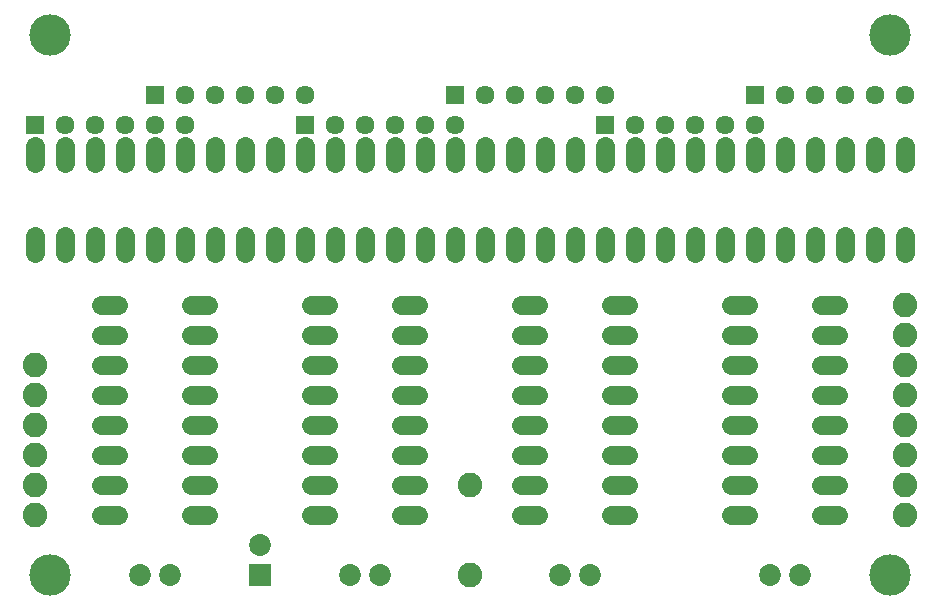
<source format=gbr>
G04 EAGLE Gerber RS-274X export*
G75*
%MOMM*%
%FSLAX34Y34*%
%LPD*%
%INSoldermask Top*%
%IPPOS*%
%AMOC8*
5,1,8,0,0,1.08239X$1,22.5*%
G01*
%ADD10C,1.625600*%
%ADD11C,1.854200*%
%ADD12C,2.082800*%
%ADD13R,1.854200X1.854200*%
%ADD14R,1.612800X1.612800*%
%ADD15C,1.612800*%
%ADD16C,3.505200*%


D10*
X159512Y76200D02*
X145288Y76200D01*
X145288Y101600D02*
X159512Y101600D01*
X159512Y127000D02*
X145288Y127000D01*
X145288Y152400D02*
X159512Y152400D01*
X159512Y177800D02*
X145288Y177800D01*
X145288Y203200D02*
X159512Y203200D01*
X159512Y228600D02*
X145288Y228600D01*
X145288Y254000D02*
X159512Y254000D01*
X83312Y254000D02*
X69088Y254000D01*
X69088Y228600D02*
X83312Y228600D01*
X83312Y203200D02*
X69088Y203200D01*
X69088Y177800D02*
X83312Y177800D01*
X83312Y152400D02*
X69088Y152400D01*
X69088Y127000D02*
X83312Y127000D01*
X83312Y101600D02*
X69088Y101600D01*
X69088Y76200D02*
X83312Y76200D01*
X323088Y76200D02*
X337312Y76200D01*
X337312Y101600D02*
X323088Y101600D01*
X323088Y127000D02*
X337312Y127000D01*
X337312Y152400D02*
X323088Y152400D01*
X323088Y177800D02*
X337312Y177800D01*
X337312Y203200D02*
X323088Y203200D01*
X323088Y228600D02*
X337312Y228600D01*
X337312Y254000D02*
X323088Y254000D01*
X261112Y254000D02*
X246888Y254000D01*
X246888Y228600D02*
X261112Y228600D01*
X261112Y203200D02*
X246888Y203200D01*
X246888Y177800D02*
X261112Y177800D01*
X261112Y152400D02*
X246888Y152400D01*
X246888Y127000D02*
X261112Y127000D01*
X261112Y101600D02*
X246888Y101600D01*
X246888Y76200D02*
X261112Y76200D01*
X500888Y76200D02*
X515112Y76200D01*
X515112Y101600D02*
X500888Y101600D01*
X500888Y127000D02*
X515112Y127000D01*
X515112Y152400D02*
X500888Y152400D01*
X500888Y177800D02*
X515112Y177800D01*
X515112Y203200D02*
X500888Y203200D01*
X500888Y228600D02*
X515112Y228600D01*
X515112Y254000D02*
X500888Y254000D01*
X438912Y254000D02*
X424688Y254000D01*
X424688Y228600D02*
X438912Y228600D01*
X438912Y203200D02*
X424688Y203200D01*
X424688Y177800D02*
X438912Y177800D01*
X438912Y152400D02*
X424688Y152400D01*
X424688Y127000D02*
X438912Y127000D01*
X438912Y101600D02*
X424688Y101600D01*
X424688Y76200D02*
X438912Y76200D01*
X678688Y76200D02*
X692912Y76200D01*
X692912Y101600D02*
X678688Y101600D01*
X678688Y127000D02*
X692912Y127000D01*
X692912Y152400D02*
X678688Y152400D01*
X678688Y177800D02*
X692912Y177800D01*
X692912Y203200D02*
X678688Y203200D01*
X678688Y228600D02*
X692912Y228600D01*
X692912Y254000D02*
X678688Y254000D01*
X616712Y254000D02*
X602488Y254000D01*
X602488Y228600D02*
X616712Y228600D01*
X616712Y203200D02*
X602488Y203200D01*
X602488Y177800D02*
X616712Y177800D01*
X616712Y152400D02*
X602488Y152400D01*
X602488Y127000D02*
X616712Y127000D01*
X616712Y101600D02*
X602488Y101600D01*
X602488Y76200D02*
X616712Y76200D01*
D11*
X101600Y25400D03*
X127000Y25400D03*
X279400Y25400D03*
X304800Y25400D03*
X457200Y25400D03*
X482600Y25400D03*
X635000Y25400D03*
X660400Y25400D03*
D12*
X12700Y76200D03*
X12700Y101600D03*
X12700Y127000D03*
X12700Y152400D03*
X12700Y177800D03*
X12700Y203200D03*
X381000Y25400D03*
X381000Y101600D03*
D13*
X203200Y25400D03*
D11*
X203200Y50800D03*
D14*
X12700Y406400D03*
D15*
X38100Y406400D03*
X63500Y406400D03*
X88900Y406400D03*
X114300Y406400D03*
X139700Y406400D03*
D14*
X114300Y431800D03*
D15*
X139700Y431800D03*
X165100Y431800D03*
X190500Y431800D03*
X215900Y431800D03*
X241300Y431800D03*
D14*
X241300Y406400D03*
D15*
X266700Y406400D03*
X292100Y406400D03*
X317500Y406400D03*
X342900Y406400D03*
X368300Y406400D03*
D14*
X368300Y431800D03*
D15*
X393700Y431800D03*
X419100Y431800D03*
X444500Y431800D03*
X469900Y431800D03*
X495300Y431800D03*
D14*
X495300Y406400D03*
D15*
X520700Y406400D03*
X546100Y406400D03*
X571500Y406400D03*
X596900Y406400D03*
X622300Y406400D03*
D14*
X622300Y431800D03*
D15*
X647700Y431800D03*
X673100Y431800D03*
X698500Y431800D03*
X723900Y431800D03*
X749300Y431800D03*
D12*
X749300Y76200D03*
X749300Y101600D03*
X749300Y127000D03*
X749300Y152400D03*
X749300Y177800D03*
X749300Y203200D03*
X749300Y228600D03*
X749300Y254000D03*
D10*
X12700Y297688D02*
X12700Y311912D01*
X38100Y311912D02*
X38100Y297688D01*
X165100Y297688D02*
X165100Y311912D01*
X190500Y311912D02*
X190500Y297688D01*
X63500Y297688D02*
X63500Y311912D01*
X88900Y311912D02*
X88900Y297688D01*
X139700Y297688D02*
X139700Y311912D01*
X114300Y311912D02*
X114300Y297688D01*
X215900Y297688D02*
X215900Y311912D01*
X241300Y311912D02*
X241300Y297688D01*
X241300Y373888D02*
X241300Y388112D01*
X215900Y388112D02*
X215900Y373888D01*
X190500Y373888D02*
X190500Y388112D01*
X165100Y388112D02*
X165100Y373888D01*
X139700Y373888D02*
X139700Y388112D01*
X114300Y388112D02*
X114300Y373888D01*
X88900Y373888D02*
X88900Y388112D01*
X63500Y388112D02*
X63500Y373888D01*
X38100Y373888D02*
X38100Y388112D01*
X12700Y388112D02*
X12700Y373888D01*
X266700Y311912D02*
X266700Y297688D01*
X292100Y297688D02*
X292100Y311912D01*
X419100Y311912D02*
X419100Y297688D01*
X444500Y297688D02*
X444500Y311912D01*
X317500Y311912D02*
X317500Y297688D01*
X342900Y297688D02*
X342900Y311912D01*
X393700Y311912D02*
X393700Y297688D01*
X368300Y297688D02*
X368300Y311912D01*
X469900Y311912D02*
X469900Y297688D01*
X495300Y297688D02*
X495300Y311912D01*
X495300Y373888D02*
X495300Y388112D01*
X469900Y388112D02*
X469900Y373888D01*
X444500Y373888D02*
X444500Y388112D01*
X419100Y388112D02*
X419100Y373888D01*
X393700Y373888D02*
X393700Y388112D01*
X368300Y388112D02*
X368300Y373888D01*
X342900Y373888D02*
X342900Y388112D01*
X317500Y388112D02*
X317500Y373888D01*
X292100Y373888D02*
X292100Y388112D01*
X266700Y388112D02*
X266700Y373888D01*
X520700Y311912D02*
X520700Y297688D01*
X546100Y297688D02*
X546100Y311912D01*
X673100Y311912D02*
X673100Y297688D01*
X698500Y297688D02*
X698500Y311912D01*
X571500Y311912D02*
X571500Y297688D01*
X596900Y297688D02*
X596900Y311912D01*
X647700Y311912D02*
X647700Y297688D01*
X622300Y297688D02*
X622300Y311912D01*
X723900Y311912D02*
X723900Y297688D01*
X749300Y297688D02*
X749300Y311912D01*
X749300Y373888D02*
X749300Y388112D01*
X723900Y388112D02*
X723900Y373888D01*
X698500Y373888D02*
X698500Y388112D01*
X673100Y388112D02*
X673100Y373888D01*
X647700Y373888D02*
X647700Y388112D01*
X622300Y388112D02*
X622300Y373888D01*
X596900Y373888D02*
X596900Y388112D01*
X571500Y388112D02*
X571500Y373888D01*
X546100Y373888D02*
X546100Y388112D01*
X520700Y388112D02*
X520700Y373888D01*
D16*
X25400Y25400D03*
X736600Y25400D03*
X736600Y482600D03*
X25400Y482600D03*
M02*

</source>
